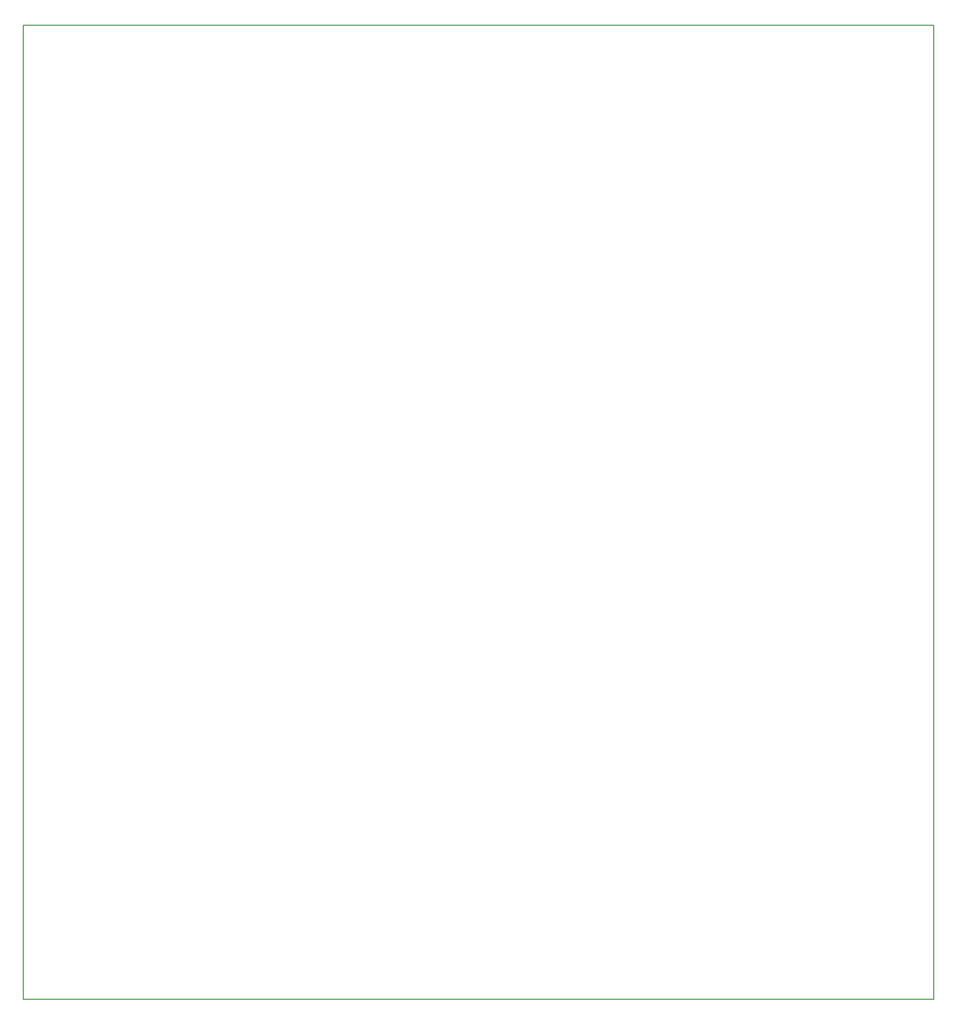
<source format=gbr>
%TF.GenerationSoftware,KiCad,Pcbnew,8.0.7*%
%TF.CreationDate,2025-02-23T09:23:24-08:00*%
%TF.ProjectId,M56Controller,4d353643-6f6e-4747-926f-6c6c65722e6b,rev?*%
%TF.SameCoordinates,Original*%
%TF.FileFunction,Profile,NP*%
%FSLAX46Y46*%
G04 Gerber Fmt 4.6, Leading zero omitted, Abs format (unit mm)*
G04 Created by KiCad (PCBNEW 8.0.7) date 2025-02-23 09:23:24*
%MOMM*%
%LPD*%
G01*
G04 APERTURE LIST*
%TA.AperFunction,Profile*%
%ADD10C,0.200000*%
%TD*%
G04 APERTURE END LIST*
D10*
X16000000Y-16000000D02*
X175000000Y-16000000D01*
X175000000Y-186000000D01*
X16000000Y-186000000D01*
X16000000Y-16000000D01*
M02*

</source>
